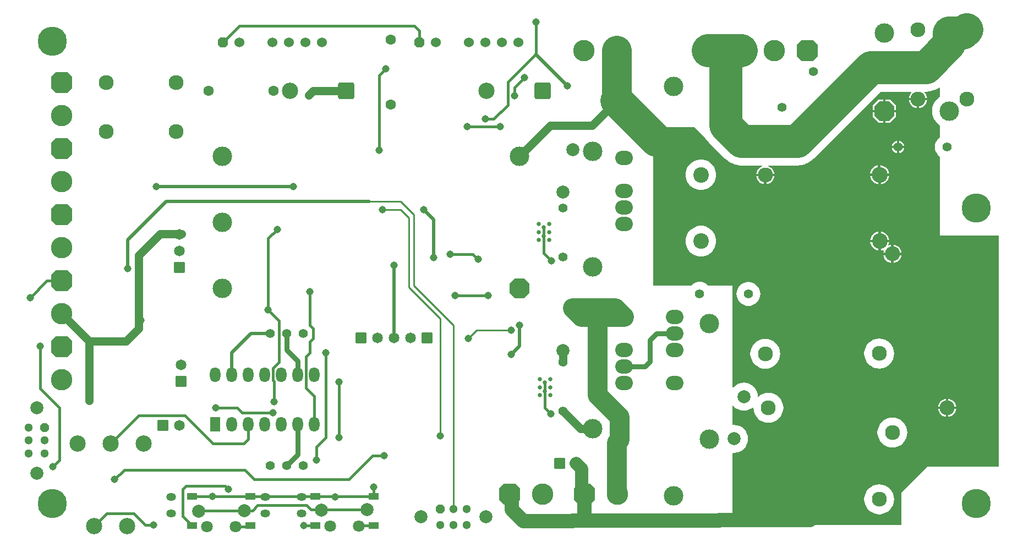
<source format=gbr>
%TF.GenerationSoftware,Altium Limited,Altium Designer,21.3.2 (30)*%
G04 Layer_Physical_Order=1*
G04 Layer_Color=255*
%FSLAX26Y26*%
%MOIN*%
%TF.SameCoordinates,53465ED1-0DC7-484A-8DCD-68ECABD516C6*%
%TF.FilePolarity,Positive*%
%TF.FileFunction,Copper,L1,Top,Signal*%
%TF.Part,Single*%
G01*
G75*
%TA.AperFunction,SMDPad,CuDef*%
%ADD10R,0.060000X0.040000*%
%TA.AperFunction,Conductor*%
%ADD11C,0.010000*%
%ADD12C,0.050000*%
%ADD13C,0.020000*%
%ADD14C,0.080000*%
%ADD15C,0.015000*%
%ADD16C,0.120000*%
%ADD17C,0.085000*%
%ADD18C,0.200000*%
%ADD19C,0.030000*%
%ADD20C,0.180000*%
%TA.AperFunction,ComponentPad*%
G04:AMPARAMS|DCode=21|XSize=51.181mil|YSize=51.181mil|CornerRadius=0mil|HoleSize=0mil|Usage=FLASHONLY|Rotation=0.000|XOffset=0mil|YOffset=0mil|HoleType=Round|Shape=Octagon|*
%AMOCTAGOND21*
4,1,8,0.025591,-0.012795,0.025591,0.012795,0.012795,0.025591,-0.012795,0.025591,-0.025591,0.012795,-0.025591,-0.012795,-0.012795,-0.025591,0.012795,-0.025591,0.025591,-0.012795,0.0*
%
%ADD21OCTAGOND21*%

%ADD22C,0.051181*%
%ADD23C,0.078740*%
G04:AMPARAMS|DCode=24|XSize=51.181mil|YSize=51.181mil|CornerRadius=0mil|HoleSize=0mil|Usage=FLASHONLY|Rotation=270.000|XOffset=0mil|YOffset=0mil|HoleType=Round|Shape=Octagon|*
%AMOCTAGOND24*
4,1,8,-0.012795,-0.025591,0.012795,-0.025591,0.025591,-0.012795,0.025591,0.012795,0.012795,0.025591,-0.012795,0.025591,-0.025591,0.012795,-0.025591,-0.012795,-0.012795,-0.025591,0.0*
%
%ADD24OCTAGOND24*%

%ADD25C,0.055118*%
%ADD26C,0.118110*%
%ADD27C,0.129921*%
G04:AMPARAMS|DCode=28|XSize=129.921mil|YSize=129.921mil|CornerRadius=0mil|HoleSize=0mil|Usage=FLASHONLY|Rotation=0.000|XOffset=0mil|YOffset=0mil|HoleType=Round|Shape=Octagon|*
%AMOCTAGOND28*
4,1,8,0.064961,-0.032480,0.064961,0.032480,0.032480,0.064961,-0.032480,0.064961,-0.064961,0.032480,-0.064961,-0.032480,-0.032480,-0.064961,0.032480,-0.064961,0.064961,-0.032480,0.0*
%
%ADD28OCTAGOND28*%

%ADD29O,0.106299X0.088189*%
%ADD30C,0.090551*%
%ADD31C,0.070866*%
%ADD32C,0.060000*%
G04:AMPARAMS|DCode=33|XSize=60mil|YSize=60mil|CornerRadius=0mil|HoleSize=0mil|Usage=FLASHONLY|Rotation=0.000|XOffset=0mil|YOffset=0mil|HoleType=Round|Shape=Octagon|*
%AMOCTAGOND33*
4,1,8,0.030000,-0.015000,0.030000,0.015000,0.015000,0.030000,-0.015000,0.030000,-0.030000,0.015000,-0.030000,-0.015000,-0.015000,-0.030000,0.015000,-0.030000,0.030000,-0.015000,0.0*
%
%ADD33OCTAGOND33*%

%ADD34C,0.065000*%
G04:AMPARAMS|DCode=35|XSize=65mil|YSize=65mil|CornerRadius=3.25mil|HoleSize=0mil|Usage=FLASHONLY|Rotation=180.000|XOffset=0mil|YOffset=0mil|HoleType=Round|Shape=RoundedRectangle|*
%AMROUNDEDRECTD35*
21,1,0.065000,0.058500,0,0,180.0*
21,1,0.058500,0.065000,0,0,180.0*
1,1,0.006500,-0.029250,0.029250*
1,1,0.006500,0.029250,0.029250*
1,1,0.006500,0.029250,-0.029250*
1,1,0.006500,-0.029250,-0.029250*
%
%ADD35ROUNDEDRECTD35*%
G04:AMPARAMS|DCode=36|XSize=118.11mil|YSize=118.11mil|CornerRadius=0mil|HoleSize=0mil|Usage=FLASHONLY|Rotation=270.000|XOffset=0mil|YOffset=0mil|HoleType=Round|Shape=Octagon|*
%AMOCTAGOND36*
4,1,8,-0.029527,-0.059055,0.029527,-0.059055,0.059055,-0.029528,0.059055,0.029528,0.029527,0.059055,-0.029527,0.059055,-0.059055,0.029528,-0.059055,-0.029528,-0.029527,-0.059055,0.0*
%
%ADD36OCTAGOND36*%

G04:AMPARAMS|DCode=37|XSize=65mil|YSize=65mil|CornerRadius=3.25mil|HoleSize=0mil|Usage=FLASHONLY|Rotation=90.000|XOffset=0mil|YOffset=0mil|HoleType=Round|Shape=RoundedRectangle|*
%AMROUNDEDRECTD37*
21,1,0.065000,0.058500,0,0,90.0*
21,1,0.058500,0.065000,0,0,90.0*
1,1,0.006500,0.029250,0.029250*
1,1,0.006500,0.029250,-0.029250*
1,1,0.006500,-0.029250,-0.029250*
1,1,0.006500,-0.029250,0.029250*
%
%ADD37ROUNDEDRECTD37*%
%ADD38C,0.098425*%
G04:AMPARAMS|DCode=39|XSize=98.425mil|YSize=98.425mil|CornerRadius=9.842mil|HoleSize=0mil|Usage=FLASHONLY|Rotation=0.000|XOffset=0mil|YOffset=0mil|HoleType=Round|Shape=RoundedRectangle|*
%AMROUNDEDRECTD39*
21,1,0.098425,0.078740,0,0,0.0*
21,1,0.078740,0.098425,0,0,0.0*
1,1,0.019685,0.039370,-0.039370*
1,1,0.019685,-0.039370,-0.039370*
1,1,0.019685,-0.039370,0.039370*
1,1,0.019685,0.039370,0.039370*
%
%ADD39ROUNDEDRECTD39*%
%ADD40C,0.062992*%
G04:AMPARAMS|DCode=41|XSize=118.11mil|YSize=118.11mil|CornerRadius=0mil|HoleSize=0mil|Usage=FLASHONLY|Rotation=180.000|XOffset=0mil|YOffset=0mil|HoleType=Round|Shape=Octagon|*
%AMOCTAGOND41*
4,1,8,-0.059055,0.029527,-0.059055,-0.029527,-0.029528,-0.059055,0.029528,-0.059055,0.059055,-0.029527,0.059055,0.029527,0.029528,0.059055,-0.029528,0.059055,-0.059055,0.029527,0.0*
%
%ADD41OCTAGOND41*%

G04:AMPARAMS|DCode=42|XSize=129.921mil|YSize=129.921mil|CornerRadius=0mil|HoleSize=0mil|Usage=FLASHONLY|Rotation=270.000|XOffset=0mil|YOffset=0mil|HoleType=Round|Shape=Octagon|*
%AMOCTAGOND42*
4,1,8,-0.032480,-0.064961,0.032480,-0.064961,0.064961,-0.032480,0.064961,0.032480,0.032480,0.064961,-0.032480,0.064961,-0.064961,0.032480,-0.064961,-0.032480,-0.032480,-0.064961,0.0*
%
%ADD42OCTAGOND42*%

%ADD43C,0.094488*%
%ADD44O,0.059055X0.047244*%
%ADD45O,0.064000X0.090000*%
%ADD46R,0.064000X0.090000*%
%TA.AperFunction,WasherPad*%
%ADD47C,0.177165*%
%TA.AperFunction,ViaPad*%
%ADD48C,0.118110*%
%ADD49C,0.045000*%
%ADD50C,0.025984*%
G36*
X6929134Y4517279D02*
Y4465363D01*
X6923649Y4462002D01*
X6911194Y4451365D01*
X6900557Y4438910D01*
X6891999Y4424945D01*
X6885732Y4409813D01*
X6881908Y4393887D01*
X6880623Y4377559D01*
X6881908Y4361231D01*
X6885732Y4345305D01*
X6891999Y4330173D01*
X6900557Y4316208D01*
X6911194Y4303753D01*
X6923649Y4293116D01*
X6929134Y4289755D01*
X6929134Y4220327D01*
X6918445Y4211555D01*
X6909377Y4200507D01*
X6902640Y4187901D01*
X6898491Y4174224D01*
X6897090Y4160000D01*
X6898491Y4145776D01*
X6902640Y4132099D01*
X6909377Y4119493D01*
X6918445Y4108445D01*
X6929133Y4099673D01*
Y4074803D01*
Y3622047D01*
X7283465D01*
Y2224409D01*
X6850394D01*
X6692913Y2066929D01*
Y1870079D01*
X5670000D01*
Y2304578D01*
X5673705Y2307936D01*
X5680472Y2307269D01*
X5697012Y2308898D01*
X5712916Y2313722D01*
X5727573Y2321557D01*
X5740420Y2332100D01*
X5750963Y2344947D01*
X5758797Y2359604D01*
X5763622Y2375508D01*
X5765251Y2392047D01*
X5763622Y2408587D01*
X5758797Y2424490D01*
X5750963Y2439148D01*
X5740420Y2451994D01*
X5727573Y2462538D01*
X5712916Y2470372D01*
X5697012Y2475197D01*
X5680472Y2476825D01*
X5673705Y2476159D01*
X5670000Y2479517D01*
Y2592258D01*
X5674708Y2593943D01*
X5679580Y2588006D01*
X5692427Y2577462D01*
X5707084Y2569628D01*
X5722988Y2564803D01*
X5739528Y2563175D01*
X5756067Y2564803D01*
X5771971Y2569628D01*
X5786628Y2577462D01*
X5793623Y2583203D01*
X5798032Y2580846D01*
X5797949Y2580000D01*
X5799692Y2562303D01*
X5804854Y2545286D01*
X5813237Y2529603D01*
X5824518Y2515857D01*
X5838264Y2504575D01*
X5853947Y2496193D01*
X5870964Y2491031D01*
X5888661Y2489288D01*
X5906359Y2491031D01*
X5923376Y2496193D01*
X5939059Y2504575D01*
X5952805Y2515857D01*
X5964086Y2529603D01*
X5972469Y2545286D01*
X5977631Y2562303D01*
X5979374Y2580000D01*
X5977631Y2597697D01*
X5972469Y2614714D01*
X5964086Y2630397D01*
X5952805Y2644143D01*
X5939059Y2655425D01*
X5923376Y2663807D01*
X5906359Y2668969D01*
X5888661Y2670712D01*
X5870964Y2668969D01*
X5853947Y2663807D01*
X5838264Y2655425D01*
X5829139Y2647935D01*
X5829099Y2647936D01*
X5824079Y2650252D01*
X5822677Y2664492D01*
X5817852Y2680396D01*
X5810018Y2695053D01*
X5799475Y2707900D01*
X5786628Y2718443D01*
X5771971Y2726278D01*
X5756067Y2731102D01*
X5739528Y2732731D01*
X5722988Y2731102D01*
X5707084Y2726278D01*
X5692427Y2718443D01*
X5679580Y2707900D01*
X5674708Y2701963D01*
X5670000Y2703647D01*
Y3320000D01*
X5524976D01*
X5518616Y3326360D01*
X5506732Y3334301D01*
X5493527Y3339771D01*
X5479509Y3342559D01*
X5465216D01*
X5451198Y3339771D01*
X5437993Y3334301D01*
X5426109Y3326360D01*
X5419748Y3320000D01*
X5190000D01*
Y4280000D01*
X5440000D01*
X5509239Y4210761D01*
X5512251Y4205846D01*
X5527074Y4188491D01*
X5625499Y4090066D01*
X5642854Y4075243D01*
X5650248Y4070712D01*
X5662314Y4063318D01*
X5672857Y4058951D01*
X5683400Y4054584D01*
X5694497Y4051920D01*
X5705593Y4049256D01*
X5720000Y4048122D01*
D01*
X5728346Y4047465D01*
X5851225D01*
X5852219Y4042465D01*
X5842124Y4038283D01*
X5830577Y4029423D01*
X5821717Y4017876D01*
X5816147Y4004430D01*
X5815235Y3997500D01*
X5870000D01*
X5924765D01*
X5923853Y4004430D01*
X5918283Y4017876D01*
X5909423Y4029423D01*
X5897876Y4038283D01*
X5887781Y4042465D01*
X5888775Y4047465D01*
X6062992D01*
X6085745Y4049256D01*
X6107938Y4054584D01*
X6118481Y4058951D01*
X6129024Y4063318D01*
X6148485Y4075243D01*
X6165840Y4090066D01*
X6570601Y4494827D01*
X6754567D01*
X6756174Y4490092D01*
X6755301Y4489423D01*
X6746441Y4477876D01*
X6740872Y4464430D01*
X6739959Y4457500D01*
X6794725D01*
X6849490D01*
X6848577Y4464430D01*
X6843008Y4477876D01*
X6834147Y4489423D01*
X6833275Y4490092D01*
X6834882Y4494827D01*
X6842764D01*
X6865517Y4496618D01*
X6887710Y4501946D01*
X6898253Y4506313D01*
X6908796Y4510680D01*
X6924134Y4520079D01*
X6929134Y4517279D01*
D02*
G37*
%LPC*%
G36*
X6849490Y4442500D02*
X6802225D01*
Y4395235D01*
X6809154Y4396147D01*
X6822601Y4401717D01*
X6834147Y4410577D01*
X6843008Y4422124D01*
X6848577Y4435570D01*
X6849490Y4442500D01*
D02*
G37*
G36*
X6787225D02*
X6739959D01*
X6740872Y4435570D01*
X6746441Y4422124D01*
X6755301Y4410577D01*
X6766848Y4401717D01*
X6780295Y4396147D01*
X6787225Y4395235D01*
Y4442500D01*
D02*
G37*
G36*
X6625827Y4446614D02*
X6598799D01*
Y4385059D01*
X6660354D01*
Y4412087D01*
X6625827Y4446614D01*
D02*
G37*
G36*
X6583799D02*
X6556772D01*
X6522244Y4412087D01*
Y4385059D01*
X6583799D01*
Y4446614D01*
D02*
G37*
G36*
X6660354Y4370059D02*
X6598799D01*
Y4308504D01*
X6625827D01*
X6660354Y4343031D01*
Y4370059D01*
D02*
G37*
G36*
X6583799D02*
X6522244D01*
Y4343031D01*
X6556772Y4308504D01*
X6583799D01*
Y4370059D01*
D02*
G37*
G36*
X6682224Y4196896D02*
Y4167500D01*
X6711620D01*
X6711317Y4169805D01*
X6707532Y4178942D01*
X6701512Y4186787D01*
X6693666Y4192808D01*
X6684529Y4196592D01*
X6682224Y4196896D01*
D02*
G37*
G36*
X6667224D02*
X6664919Y4196592D01*
X6655783Y4192808D01*
X6647937Y4186787D01*
X6641917Y4178942D01*
X6638132Y4169805D01*
X6637829Y4167500D01*
X6667224D01*
Y4196896D01*
D02*
G37*
G36*
X6711620Y4152500D02*
X6682224D01*
Y4123104D01*
X6684529Y4123408D01*
X6693666Y4127192D01*
X6701512Y4133213D01*
X6707532Y4141058D01*
X6711317Y4150195D01*
X6711620Y4152500D01*
D02*
G37*
G36*
X6667224D02*
X6637829D01*
X6638132Y4150195D01*
X6641917Y4141058D01*
X6647937Y4133213D01*
X6655783Y4127192D01*
X6664919Y4123408D01*
X6667224Y4123104D01*
Y4152500D01*
D02*
G37*
G36*
X6552500Y4049017D02*
X6545570Y4048105D01*
X6532124Y4042535D01*
X6520577Y4033675D01*
X6511717Y4022128D01*
X6506147Y4008682D01*
X6505235Y4001752D01*
X6552500D01*
Y4049017D01*
D02*
G37*
G36*
X6567500D02*
Y3999075D01*
X6619428D01*
X6618448Y4006519D01*
X6612680Y4020444D01*
X6603504Y4032402D01*
X6591546Y4041577D01*
X6577621Y4047345D01*
X6575631Y4047608D01*
X6574430Y4048105D01*
X6567500Y4049017D01*
D02*
G37*
G36*
X6562677Y3994252D02*
X6560000D01*
Y3991575D01*
X6562677D01*
Y3994252D01*
D02*
G37*
G36*
X5924765Y3982500D02*
X5877500D01*
Y3935235D01*
X5884430Y3936147D01*
X5897876Y3941717D01*
X5909423Y3950577D01*
X5918283Y3962124D01*
X5923853Y3975570D01*
X5924765Y3982500D01*
D02*
G37*
G36*
X5862500D02*
X5815235D01*
X5816147Y3975570D01*
X5821717Y3962124D01*
X5830577Y3950577D01*
X5842124Y3941717D01*
X5855570Y3936147D01*
X5862500Y3935235D01*
Y3982500D01*
D02*
G37*
G36*
X6619428Y3984075D02*
X6570177D01*
Y3934824D01*
X6577621Y3935804D01*
X6591546Y3941572D01*
X6603504Y3950748D01*
X6612680Y3962706D01*
X6618448Y3976631D01*
X6619428Y3984075D01*
D02*
G37*
G36*
X6555177Y3983838D02*
X6505235D01*
X6506147Y3976909D01*
X6511717Y3963462D01*
X6520577Y3951916D01*
X6521494Y3951212D01*
X6521850Y3950748D01*
X6533808Y3941572D01*
X6547734Y3935804D01*
X6555177Y3934824D01*
Y3983838D01*
D02*
G37*
G36*
X5489085Y4083819D02*
X5470915D01*
X5453093Y4080274D01*
X5436306Y4073320D01*
X5421198Y4063225D01*
X5408349Y4050377D01*
X5398254Y4035269D01*
X5391301Y4018481D01*
X5387756Y4000660D01*
Y3982490D01*
X5391301Y3964668D01*
X5398254Y3947881D01*
X5408349Y3932773D01*
X5421198Y3919924D01*
X5436306Y3909829D01*
X5453093Y3902876D01*
X5470915Y3899331D01*
X5489085D01*
X5506907Y3902876D01*
X5523694Y3909829D01*
X5538802Y3919924D01*
X5551651Y3932773D01*
X5561746Y3947881D01*
X5568699Y3964668D01*
X5572244Y3982490D01*
Y4000660D01*
X5568699Y4018481D01*
X5561746Y4035269D01*
X5551651Y4050377D01*
X5538802Y4063225D01*
X5523694Y4073320D01*
X5506907Y4080274D01*
X5489085Y4083819D01*
D02*
G37*
G36*
X6570177Y3646751D02*
Y3597500D01*
X6619428D01*
X6618448Y3604944D01*
X6612680Y3618869D01*
X6603504Y3630827D01*
X6591546Y3640003D01*
X6577621Y3645771D01*
X6570177Y3646751D01*
D02*
G37*
G36*
X6555177D02*
X6547734Y3645771D01*
X6533808Y3640003D01*
X6521850Y3630827D01*
X6512675Y3618869D01*
X6506907Y3604944D01*
X6505926Y3597500D01*
X6555177D01*
Y3646751D01*
D02*
G37*
G36*
Y3582500D02*
X6505926D01*
X6506907Y3575056D01*
X6512675Y3561131D01*
X6521850Y3549173D01*
X6533808Y3539997D01*
X6547734Y3534229D01*
X6555177Y3533249D01*
Y3582500D01*
D02*
G37*
G36*
X6647500Y3567442D02*
Y3520177D01*
X6694765D01*
X6693853Y3527107D01*
X6688283Y3540553D01*
X6679423Y3552100D01*
X6667876Y3560960D01*
X6654430Y3566530D01*
X6647500Y3567442D01*
D02*
G37*
G36*
X6619428Y3582500D02*
X6570177D01*
Y3533249D01*
X6577621Y3534229D01*
X6585439Y3537467D01*
X6588974Y3533932D01*
X6586147Y3527107D01*
X6585235Y3520177D01*
X6632500D01*
Y3567442D01*
X6625570Y3566530D01*
X6618745Y3563703D01*
X6615210Y3567239D01*
X6618448Y3575056D01*
X6619428Y3582500D01*
D02*
G37*
G36*
X5489085Y3682244D02*
X5470915D01*
X5453093Y3678699D01*
X5436306Y3671746D01*
X5421198Y3661651D01*
X5408349Y3648802D01*
X5398254Y3633694D01*
X5391301Y3616907D01*
X5387756Y3599085D01*
Y3580915D01*
X5391301Y3563093D01*
X5398254Y3546306D01*
X5408349Y3531198D01*
X5421198Y3518349D01*
X5436306Y3508254D01*
X5453093Y3501301D01*
X5470915Y3497756D01*
X5489085D01*
X5506907Y3501301D01*
X5523694Y3508254D01*
X5538802Y3518349D01*
X5551651Y3531198D01*
X5561746Y3546306D01*
X5568699Y3563093D01*
X5572244Y3580915D01*
Y3599085D01*
X5568699Y3616907D01*
X5561746Y3633694D01*
X5551651Y3648802D01*
X5538802Y3661651D01*
X5523694Y3671746D01*
X5506907Y3678699D01*
X5489085Y3682244D01*
D02*
G37*
G36*
X6694765Y3505177D02*
X6647500D01*
Y3457912D01*
X6654430Y3458824D01*
X6667876Y3464394D01*
X6679423Y3473254D01*
X6688283Y3484801D01*
X6693853Y3498247D01*
X6694765Y3505177D01*
D02*
G37*
G36*
X6632500D02*
X6585235D01*
X6586147Y3498247D01*
X6591717Y3484801D01*
X6600577Y3473254D01*
X6612124Y3464394D01*
X6625570Y3458824D01*
X6632500Y3457912D01*
Y3505177D01*
D02*
G37*
G36*
X5767638Y3342910D02*
X5753414Y3341509D01*
X5739736Y3337360D01*
X5727131Y3330622D01*
X5718851Y3323827D01*
X5715024Y3320000D01*
X5714806D01*
X5707015Y3310507D01*
X5700278Y3297901D01*
X5696129Y3284224D01*
X5694728Y3270000D01*
X5696129Y3255776D01*
X5700278Y3242099D01*
X5707015Y3229493D01*
X5716083Y3218445D01*
X5727131Y3209378D01*
X5739736Y3202640D01*
X5753414Y3198491D01*
X5767638Y3197090D01*
X5781862Y3198491D01*
X5795539Y3202640D01*
X5808145Y3209378D01*
X5819193Y3218445D01*
X5828260Y3229493D01*
X5834998Y3242099D01*
X5839147Y3255776D01*
X5840548Y3270000D01*
X5839147Y3284224D01*
X5834998Y3297901D01*
X5828260Y3310507D01*
X5819193Y3321555D01*
X5808145Y3330622D01*
X5795539Y3337360D01*
X5781862Y3341509D01*
X5767638Y3342910D01*
D02*
G37*
G36*
X6560000Y2999374D02*
X6542303Y2997631D01*
X6525286Y2992469D01*
X6509603Y2984086D01*
X6495857Y2972805D01*
X6484575Y2959059D01*
X6476193Y2943376D01*
X6471031Y2926358D01*
X6469288Y2908661D01*
X6471031Y2890964D01*
X6476193Y2873947D01*
X6484575Y2858264D01*
X6495857Y2844518D01*
X6509603Y2833237D01*
X6525286Y2824854D01*
X6542303Y2819692D01*
X6560000Y2817949D01*
X6577697Y2819692D01*
X6594714Y2824854D01*
X6610397Y2833237D01*
X6624143Y2844518D01*
X6635425Y2858264D01*
X6643807Y2873947D01*
X6648969Y2890964D01*
X6650712Y2908661D01*
X6648969Y2926358D01*
X6643807Y2943376D01*
X6635425Y2959059D01*
X6624143Y2972805D01*
X6610397Y2984086D01*
X6594714Y2992469D01*
X6577697Y2997631D01*
X6560000Y2999374D01*
D02*
G37*
G36*
X5870000Y2998035D02*
X5852303Y2996292D01*
X5835286Y2991130D01*
X5819603Y2982747D01*
X5805857Y2971466D01*
X5794575Y2957720D01*
X5786193Y2942037D01*
X5781031Y2925020D01*
X5779288Y2907323D01*
X5781031Y2889626D01*
X5786193Y2872609D01*
X5794575Y2856926D01*
X5805857Y2843179D01*
X5819603Y2831898D01*
X5835286Y2823515D01*
X5852303Y2818353D01*
X5870000Y2816610D01*
X5887697Y2818353D01*
X5904714Y2823515D01*
X5920397Y2831898D01*
X5934143Y2843179D01*
X5945425Y2856926D01*
X5953807Y2872609D01*
X5958969Y2889626D01*
X5960712Y2907323D01*
X5958969Y2925020D01*
X5953807Y2942037D01*
X5945425Y2957720D01*
X5934143Y2971466D01*
X5920397Y2982747D01*
X5904714Y2991130D01*
X5887697Y2996292D01*
X5870000Y2998035D01*
D02*
G37*
G36*
X6978838Y2634765D02*
Y2587500D01*
X7026104D01*
X7025191Y2594430D01*
X7019622Y2607876D01*
X7010762Y2619423D01*
X6999215Y2628283D01*
X6985768Y2633853D01*
X6978838Y2634765D01*
D02*
G37*
G36*
X6963838Y2634765D02*
X6956909Y2633853D01*
X6943462Y2628283D01*
X6931916Y2619423D01*
X6923055Y2607876D01*
X6917486Y2594430D01*
X6916573Y2587500D01*
X6963838D01*
Y2634765D01*
D02*
G37*
G36*
Y2572500D02*
X6916573D01*
X6917486Y2565570D01*
X6923055Y2552124D01*
X6931916Y2540577D01*
X6943462Y2531717D01*
X6956909Y2526147D01*
X6963838Y2525235D01*
Y2572500D01*
D02*
G37*
G36*
X7026104D02*
X6978838D01*
Y2525235D01*
X6985768Y2526147D01*
X6999215Y2531717D01*
X7010762Y2540577D01*
X7019622Y2552124D01*
X7025191Y2565570D01*
X7026104Y2572500D01*
D02*
G37*
G36*
X6640000Y2520712D02*
X6622303Y2518969D01*
X6605286Y2513807D01*
X6589603Y2505425D01*
X6575857Y2494143D01*
X6564575Y2480397D01*
X6556193Y2464714D01*
X6551031Y2447697D01*
X6549288Y2430000D01*
X6551031Y2412303D01*
X6556193Y2395286D01*
X6564575Y2379603D01*
X6575857Y2365857D01*
X6589603Y2354575D01*
X6605286Y2346193D01*
X6622303Y2341031D01*
X6640000Y2339288D01*
X6657697Y2341031D01*
X6674714Y2346193D01*
X6690397Y2354575D01*
X6704143Y2365857D01*
X6715425Y2379603D01*
X6723807Y2395286D01*
X6728969Y2412303D01*
X6730712Y2430000D01*
X6728969Y2447697D01*
X6723807Y2464714D01*
X6715425Y2480397D01*
X6704143Y2494143D01*
X6690397Y2505425D01*
X6674714Y2513807D01*
X6657697Y2518969D01*
X6640000Y2520712D01*
D02*
G37*
G36*
X6560000Y2116460D02*
X6542303Y2114717D01*
X6525286Y2109555D01*
X6509603Y2101173D01*
X6495857Y2089891D01*
X6484575Y2076145D01*
X6476193Y2060462D01*
X6471031Y2043445D01*
X6469288Y2025748D01*
X6471031Y2008051D01*
X6476193Y1991034D01*
X6484575Y1975351D01*
X6495857Y1961605D01*
X6509603Y1950323D01*
X6525286Y1941941D01*
X6542303Y1936779D01*
X6560000Y1935036D01*
X6577697Y1936779D01*
X6594714Y1941941D01*
X6610397Y1950323D01*
X6624143Y1961605D01*
X6635425Y1975351D01*
X6643807Y1991034D01*
X6648969Y2008051D01*
X6650712Y2025748D01*
X6648969Y2043445D01*
X6643807Y2060462D01*
X6635425Y2076145D01*
X6624143Y2089891D01*
X6610397Y2101173D01*
X6594714Y2109555D01*
X6577697Y2114717D01*
X6560000Y2116460D01*
D02*
G37*
%LPD*%
D10*
X2397835Y1867500D02*
D03*
Y2042500D02*
D03*
X2752165Y1867500D02*
D03*
Y2042500D02*
D03*
X3142835Y1867500D02*
D03*
Y2042500D02*
D03*
X3497165Y1867500D02*
D03*
Y2042500D02*
D03*
D11*
X3710000Y3310000D02*
Y3730000D01*
X3660000Y3780000D01*
X3550000D01*
X3660000Y3830000D02*
X3740000Y3750000D01*
Y3320000D01*
X3981260Y3078740D01*
Y1968425D01*
X3900000Y2410000D02*
Y3120000D01*
X3710000Y3310000D01*
X4121181Y3051181D02*
X4330709D01*
X4121181D02*
X4070000Y3000000D01*
X3660000Y3830000D02*
X3470000D01*
D12*
X1774000Y2625000D02*
Y2983481D01*
X1998480D01*
X2075000Y3060000D01*
Y3505000D01*
X2205000Y3635000D01*
X2335000D01*
X1774000Y2983481D02*
X1607480Y3150000D01*
X3105000Y4475000D02*
X3130000Y4500000D01*
X3330000D01*
X4380000Y4105000D02*
X4566339Y4291339D01*
X4821890D01*
X4970000Y4439449D01*
X4645472Y2927047D02*
X4645000Y2926575D01*
Y2855276D01*
Y2560000D02*
X4750000Y2455000D01*
X4825000D01*
D13*
X2636535Y2780000D02*
Y2912126D01*
X2754409Y3030000D01*
X2870000D01*
X3620000Y3003740D02*
Y3443740D01*
X3860000Y3490000D02*
Y3720000D01*
X3800000Y3780000D01*
X3470000Y3830000D02*
X2240000D01*
X2007874Y3597874D01*
Y3425197D01*
X2180000Y3920000D02*
X3010000D01*
X4330000Y2905000D02*
X4380000Y2955000D01*
Y3080000D01*
X4670000Y4530000D02*
X4480000Y4720000D01*
Y4725000D01*
D14*
X4775000Y2057481D02*
X4759088Y2073392D01*
Y2210991D01*
X4725984Y2244095D01*
D15*
X1805000Y1865000D02*
X1880000Y1940000D01*
X2045000D01*
X2114921Y1870079D01*
X2165354D01*
X2342520Y1922815D02*
X2397835Y1867500D01*
X2437205Y1957677D02*
X2712795D01*
X2762677D01*
X2795000Y1990000D01*
X3090000D01*
X3117323Y1962677D01*
X3457795D01*
X3497165Y2042500D02*
Y2099528D01*
Y2042500D02*
X3142835D01*
X2752165D01*
X2397835D01*
X2598425Y2106299D02*
X2618110Y2086614D01*
X2598425Y2106299D02*
X2362205D01*
X2342520Y2086614D01*
Y1922815D01*
X1929134Y2145669D02*
X1988189Y2204724D01*
X2716535D01*
X2775591Y2145669D01*
X3346457D01*
X3490787Y2290000D01*
X3560000D01*
X3287402Y2401575D02*
Y2736220D01*
X3208661Y2913386D02*
Y2401575D01*
X3149606Y2342520D01*
Y2263780D01*
X3136535Y2480000D02*
Y2650866D01*
X3087035Y2700366D01*
Y2890185D01*
X3110000Y2913150D01*
Y2980000D01*
X3130000Y3000000D01*
Y3060000D01*
X3110000Y3080000D01*
Y3275799D01*
X2858465Y3606496D02*
X2913386Y3661417D01*
X2858465Y3606496D02*
Y3173425D01*
X2924941Y3106949D01*
Y2858074D01*
X2887035Y2820169D01*
Y2746497D01*
X2893701Y2739831D01*
Y2618110D01*
X2886535Y2550000D02*
X2700000D01*
X2670000Y2580000D01*
X2540000D01*
X2525000Y2365000D02*
X2710000D01*
X2736535Y2391535D01*
Y2480000D01*
X2525000Y2365000D02*
X2355000Y2535000D01*
X2075000D01*
X1905000Y2365000D01*
X1476378Y2696850D02*
X1594488Y2578740D01*
Y2263780D01*
X1555118Y2224409D01*
X1476378Y2696850D02*
Y2952756D01*
X1519291Y3350000D02*
X1607480D01*
X1519291D02*
X1417323Y3248032D01*
X2661614Y1859252D02*
X2743917D01*
X2752165Y1867500D01*
X3073445D02*
X3142835D01*
X3409862D02*
X3497165D01*
X3409862D02*
X3406614Y1864252D01*
X4535000Y2580000D02*
X4570000Y2545000D01*
X4535000Y2580000D02*
Y2681378D01*
Y2732559D01*
X4190000Y3260000D02*
X3990000D01*
X4096360Y3510000D02*
X4126360Y3480000D01*
X4130000D01*
X4096360Y3510000D02*
X3960000D01*
X4528504Y3516496D02*
X4575000Y3470000D01*
X4528504Y3621378D02*
Y3672559D01*
Y3621378D02*
Y3516496D01*
X4310000Y4415000D02*
Y4555000D01*
X4480000Y4725000D01*
Y4918010D01*
Y4918812D01*
X4410000Y4580000D02*
X4350000Y4520000D01*
Y4470000D01*
X4310000Y4415000D02*
X4225000Y4330000D01*
X4175000D01*
X4265000Y4285000D02*
X4065000D01*
X3775000Y4795000D02*
Y4865000D01*
X3745000Y4895000D01*
X2685000D01*
X2585000Y4795000D01*
X3530000Y4140000D02*
Y4595000D01*
X3570000Y4635000D01*
D16*
X4704528Y3182953D02*
X4757480D01*
X4850000D01*
X4962047D01*
X5015000Y3130000D01*
X4962047D01*
X4850000D01*
X4855000Y3125000D01*
Y2657009D01*
X4989055Y2522954D01*
Y2387046D01*
X4970000Y2367991D01*
Y2065165D01*
X4975000Y2060165D01*
Y2057481D01*
X4850000Y3130000D02*
X4825000Y3155000D01*
Y3130000D02*
X4757480D01*
X4704528Y3182953D01*
D17*
X4405000Y1895000D02*
X4700000D01*
X4703189Y1898189D01*
X4770000D01*
X5590669D01*
X5592480Y1900000D01*
X6140779D01*
X4775000Y2057481D02*
Y1903189D01*
X4770000Y1898189D01*
X4335912Y1964088D02*
X4405000Y1895000D01*
X4335912Y1964088D02*
Y2031569D01*
X4320000Y2047480D01*
D18*
X4970000Y4439449D02*
X5209724Y4199724D01*
X5728346Y4192913D02*
X6062992D01*
X6510354Y4640276D01*
X6842764D01*
X6985000Y4782512D01*
Y4850000D01*
X7068740D01*
X7090000Y4871260D01*
X5725000Y4742520D02*
X5629921D01*
Y4744095D01*
Y4742520D02*
X5525000D01*
X5629921D02*
Y4547244D01*
Y4291338D01*
X5728346Y4192913D01*
D19*
X2970000Y2230000D02*
X3036535Y2296535D01*
Y2480000D01*
Y2780000D02*
Y2863465D01*
X2970000Y2930000D01*
Y3030000D01*
X5015000Y2830000D02*
X5140000D01*
X5170000Y2860000D01*
Y2990000D01*
X5210000Y3030000D01*
X5320000D01*
D20*
X4970000Y4439449D02*
Y4742520D01*
D21*
X3902520Y1968425D02*
D03*
D22*
X1505906Y2303150D02*
D03*
Y2381890D02*
D03*
X1407480D02*
D03*
Y2460630D02*
D03*
Y2303150D02*
D03*
X3902520Y1870000D02*
D03*
X3981260D02*
D03*
X4060000D02*
D03*
Y1968425D02*
D03*
X3981260D02*
D03*
D23*
X1456693Y2185039D02*
D03*
Y2578740D02*
D03*
X2437205Y1953740D02*
D03*
X2712795Y1957677D02*
D03*
X3182205Y1958740D02*
D03*
X3457795Y1962677D02*
D03*
X3784410Y1919213D02*
D03*
X4178110D02*
D03*
X4645472Y2927047D02*
D03*
X4704528Y3182953D02*
D03*
X4645472Y3887047D02*
D03*
X4704528Y4142953D02*
D03*
X5739528Y2647953D02*
D03*
X5680472Y2392047D02*
D03*
D24*
X1505906Y2460630D02*
D03*
D25*
X2870000Y2230000D02*
D03*
X2970000D02*
D03*
X3070000D02*
D03*
Y3030000D02*
D03*
X2970000D02*
D03*
X2870000D02*
D03*
X4645000Y2560000D02*
D03*
Y2855276D02*
D03*
Y3495000D02*
D03*
Y3790276D02*
D03*
X5472362Y3270000D02*
D03*
X5767638D02*
D03*
X6674724Y4160000D02*
D03*
X6970000D02*
D03*
X6161417Y4616142D02*
D03*
X5969488Y4400000D02*
D03*
X6161417Y4320866D02*
D03*
X5674213Y4400000D02*
D03*
D26*
X2580000Y3305000D02*
D03*
Y3705000D02*
D03*
Y4105000D02*
D03*
X4380000D02*
D03*
X4825000Y4135000D02*
D03*
Y3435000D02*
D03*
Y3155000D02*
D03*
Y2455000D02*
D03*
X5530000Y2390000D02*
D03*
Y3090000D02*
D03*
X6985000Y4377559D02*
D03*
Y4850000D02*
D03*
X6591299D02*
D03*
D27*
X1607480Y2750000D02*
D03*
Y3150000D02*
D03*
Y3550000D02*
D03*
Y3950000D02*
D03*
Y4350000D02*
D03*
X4520000Y2057481D02*
D03*
X4975000D02*
D03*
X5925000Y4742520D02*
D03*
X5525000D02*
D03*
X4770000D02*
D03*
D28*
X4320000Y2057481D02*
D03*
X4775000D02*
D03*
X6125000Y4742520D02*
D03*
X5725000D02*
D03*
X4970000D02*
D03*
D29*
X5015000Y2730000D02*
D03*
Y2830000D02*
D03*
Y2930000D02*
D03*
Y3130000D02*
D03*
X5320000Y2730000D02*
D03*
Y2930000D02*
D03*
Y3030000D02*
D03*
Y3130000D02*
D03*
X5015000Y3695000D02*
D03*
Y3795000D02*
D03*
Y3895000D02*
D03*
Y4095000D02*
D03*
D30*
X2300000Y4254724D02*
D03*
Y4550000D02*
D03*
X1878740D02*
D03*
Y4254724D02*
D03*
X5888661Y2580000D02*
D03*
X5870000Y2907323D02*
D03*
X6560000Y2908661D02*
D03*
X6640000Y2430000D02*
D03*
X6971339Y2580000D02*
D03*
X6560000Y2025748D02*
D03*
X6640000Y3512677D02*
D03*
X6560000Y3991339D02*
D03*
Y3994252D02*
D03*
X6794724Y4450000D02*
D03*
X7090000D02*
D03*
Y4871260D02*
D03*
X6794724D02*
D03*
X5870000Y3990000D02*
D03*
D31*
X2488386Y1859252D02*
D03*
X2661614D02*
D03*
X3233386Y1864252D02*
D03*
X3406614D02*
D03*
D32*
X4375000Y4795000D02*
D03*
X4275000D02*
D03*
X4175000D02*
D03*
X4075000D02*
D03*
X3875000D02*
D03*
X3185000D02*
D03*
X3085000D02*
D03*
X2985000D02*
D03*
X2885000D02*
D03*
X2685000D02*
D03*
D33*
X3775000Y4795000D02*
D03*
X2585000D02*
D03*
D34*
X2320000Y2475000D02*
D03*
X2330000Y2840000D02*
D03*
X2320000Y3530000D02*
D03*
Y3630000D02*
D03*
X3520000Y3003740D02*
D03*
X3620000D02*
D03*
X3720000D02*
D03*
X4725984Y2244095D02*
D03*
D35*
X2220000Y2475000D02*
D03*
X3420000Y3003740D02*
D03*
X3820000D02*
D03*
X4625984Y2244095D02*
D03*
D36*
X6591299Y4377559D02*
D03*
D37*
X2330000Y2740000D02*
D03*
X2320000Y3430000D02*
D03*
D38*
X1805000Y1865000D02*
D03*
X2005000D02*
D03*
X2105000Y2365000D02*
D03*
X1905000D02*
D03*
X1705000D02*
D03*
X2990000Y4500000D02*
D03*
X4180000D02*
D03*
D39*
X4520000Y4500000D02*
D03*
X3330000D02*
D03*
D40*
X3600000Y4418150D02*
D03*
Y4811850D02*
D03*
X2891850Y4500000D02*
D03*
X2498150D02*
D03*
D41*
X4380000Y3305000D02*
D03*
D42*
X1607480Y2950000D02*
D03*
Y3350000D02*
D03*
Y3750000D02*
D03*
Y4150000D02*
D03*
Y4550000D02*
D03*
D43*
X5480000Y3590000D02*
D03*
Y3991575D02*
D03*
X6562677Y3590000D02*
D03*
Y3991575D02*
D03*
D44*
X2270000Y1940000D02*
D03*
Y2040000D02*
D03*
X2840000D02*
D03*
Y1940000D02*
D03*
X3060000D02*
D03*
Y2040000D02*
D03*
D45*
X2636535Y2480000D02*
D03*
X2736535D02*
D03*
X2836535D02*
D03*
X2936535D02*
D03*
X3036535D02*
D03*
X3136535D02*
D03*
Y2780000D02*
D03*
X3036535D02*
D03*
X2936535D02*
D03*
X2836535D02*
D03*
X2736535D02*
D03*
X2636535D02*
D03*
X2536535D02*
D03*
D46*
X2536535Y2480000D02*
D03*
D47*
X1550000Y2000000D02*
D03*
Y4800000D02*
D03*
X7146850Y2000000D02*
D03*
Y3790000D02*
D03*
D48*
X5314961Y2047244D02*
D03*
Y4527559D02*
D03*
D49*
X2165354Y1870079D02*
D03*
X1929134Y2145669D02*
D03*
X1774000Y2625000D02*
D03*
X1555118Y2224409D02*
D03*
X1476378Y2952756D02*
D03*
X1417323Y3248032D02*
D03*
X2007874Y3425197D02*
D03*
X2086614Y3110236D02*
D03*
X2540000Y2580000D02*
D03*
X2886535Y2550000D02*
D03*
X2893701Y2618110D02*
D03*
X3149606Y2263780D02*
D03*
X3287402Y2401575D02*
D03*
X3497165Y2099528D02*
D03*
X3560000Y2290000D02*
D03*
X3900000Y2410000D02*
D03*
X4330000Y2905000D02*
D03*
X4330709Y3051181D02*
D03*
X4380000Y3080000D02*
D03*
X4190000Y3260000D02*
D03*
X4130000Y3480000D02*
D03*
X3990000Y3260000D02*
D03*
X3960000Y3510000D02*
D03*
X3860000Y3490000D02*
D03*
X3800000Y3780000D02*
D03*
X3550000D02*
D03*
X3620000Y3443740D02*
D03*
X4070000Y3000000D02*
D03*
X4570000Y2545000D02*
D03*
X4575000Y3470000D02*
D03*
X5590551Y4389764D02*
D03*
X5669291Y4468504D02*
D03*
Y4547244D02*
D03*
X5590551D02*
D03*
Y4468504D02*
D03*
X4670000Y4530000D02*
D03*
X4410000Y4580000D02*
D03*
X4350000Y4470000D02*
D03*
X4265000Y4285000D02*
D03*
X4175000Y4330000D02*
D03*
X4065000Y4285000D02*
D03*
X3570000Y4635000D02*
D03*
X3530000Y4140000D02*
D03*
X3105000Y4475000D02*
D03*
X3010000Y3920000D02*
D03*
X2913386Y3661417D02*
D03*
X3110000Y3281890D02*
D03*
X2858465Y3173425D02*
D03*
X3208661Y2913386D02*
D03*
X3287402Y2736220D02*
D03*
X3265000Y2040000D02*
D03*
X3073445Y1867500D02*
D03*
X2618110Y2086614D02*
D03*
X2520000Y2045000D02*
D03*
X2180000Y3920000D02*
D03*
X4480000Y4918010D02*
D03*
D50*
X4503504Y2657756D02*
D03*
Y2705000D02*
D03*
Y2752244D02*
D03*
X4535000Y2732559D02*
D03*
Y2681378D02*
D03*
X4566496Y2705000D02*
D03*
Y2657756D02*
D03*
Y2752244D02*
D03*
X4560000Y3597756D02*
D03*
Y3645000D02*
D03*
X4528504Y3621378D02*
D03*
Y3672559D02*
D03*
X4497008Y3645000D02*
D03*
Y3597756D02*
D03*
Y3692244D02*
D03*
X4560000D02*
D03*
%TF.MD5,4658d6a0a4e2bf0f66db6f02ce1129fc*%
M02*

</source>
